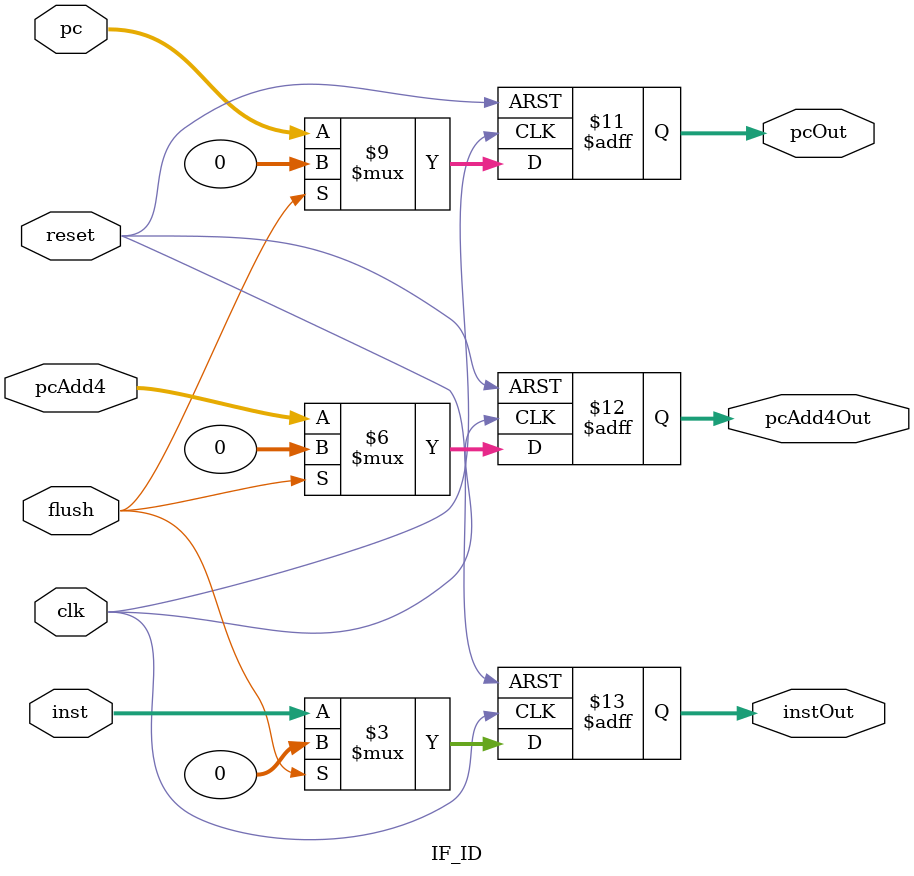
<source format=v>
module IF_ID(

    input clk, reset,
    input [31:0] pc, pcAdd4, inst,
    output reg [31:0] pcOut, pcAdd4Out, instOut,
    input flush
);

always @(posedge clk, posedge reset)

    begin
    if (reset)
    begin

        pcOut <= 32'b0;
        pcAdd4Out <= 32'b0;
        instOut <= 32'b0;
    end

    else begin

		if (flush)
		begin

			pcOut <= 32'b0;
		    pcAdd4Out <= 32'b0;
		    instOut <= 32'b0;

        end

    	else begin

	  	  pcOut <= pc;
	  	  pcAdd4Out <= pcAdd4;
	 	  instOut <= inst;

		end
    end
end
endmodule

</source>
